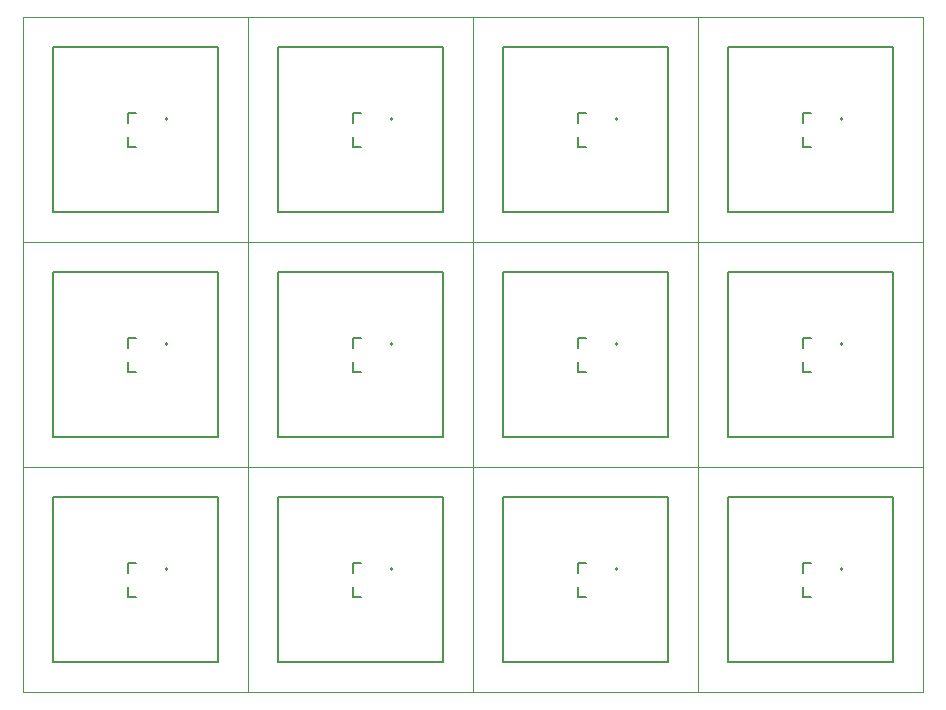
<source format=gbo>
%TF.GenerationSoftware,KiCad,Pcbnew,7.0.8*%
%TF.CreationDate,2024-07-17T11:45:19-04:00*%
%TF.ProjectId,analog-macropad,616e616c-6f67-42d6-9d61-63726f706164,v01*%
%TF.SameCoordinates,Original*%
%TF.FileFunction,Legend,Bot*%
%TF.FilePolarity,Positive*%
%FSLAX46Y46*%
G04 Gerber Fmt 4.6, Leading zero omitted, Abs format (unit mm)*
G04 Created by KiCad (PCBNEW 7.0.8) date 2024-07-17 11:45:19*
%MOMM*%
%LPD*%
G01*
G04 APERTURE LIST*
%ADD10C,0.127000*%
%ADD11C,0.101600*%
%ADD12C,0.203200*%
%ADD13C,0.200000*%
G04 APERTURE END LIST*
D10*
%TO.C,U8*%
X148449000Y-103188000D02*
X149134000Y-103188000D01*
X148449000Y-104033000D02*
X148449000Y-103188000D01*
X148449000Y-106108000D02*
X148449000Y-105263000D01*
X149134000Y-106108000D02*
X148449000Y-106108000D01*
D11*
X139574000Y-95123000D02*
X158624000Y-95123000D01*
X158624000Y-95123000D02*
X158624000Y-114173000D01*
X158624000Y-114173000D02*
X139574000Y-114173000D01*
X139574000Y-114173000D02*
X139574000Y-95123000D01*
D12*
X142114000Y-97663000D02*
X156084000Y-97663000D01*
X156084000Y-97663000D02*
X156084000Y-111633000D01*
X156084000Y-111633000D02*
X142114000Y-111633000D01*
X142114000Y-111633000D02*
X142114000Y-97663000D01*
D13*
X151814200Y-103698000D02*
G75*
G03*
X151814200Y-103698000I-100000J0D01*
G01*
D10*
%TO.C,U13*%
X167499000Y-141288000D02*
X168184000Y-141288000D01*
X167499000Y-142133000D02*
X167499000Y-141288000D01*
X167499000Y-144208000D02*
X167499000Y-143363000D01*
X168184000Y-144208000D02*
X167499000Y-144208000D01*
D11*
X158624000Y-133223000D02*
X177674000Y-133223000D01*
X177674000Y-133223000D02*
X177674000Y-152273000D01*
X177674000Y-152273000D02*
X158624000Y-152273000D01*
X158624000Y-152273000D02*
X158624000Y-133223000D01*
D12*
X161164000Y-135763000D02*
X175134000Y-135763000D01*
X175134000Y-135763000D02*
X175134000Y-149733000D01*
X175134000Y-149733000D02*
X161164000Y-149733000D01*
X161164000Y-149733000D02*
X161164000Y-135763000D01*
D13*
X170864200Y-141798000D02*
G75*
G03*
X170864200Y-141798000I-100000J0D01*
G01*
D10*
%TO.C,U7*%
X129399000Y-141288000D02*
X130084000Y-141288000D01*
X129399000Y-142133000D02*
X129399000Y-141288000D01*
X129399000Y-144208000D02*
X129399000Y-143363000D01*
X130084000Y-144208000D02*
X129399000Y-144208000D01*
D11*
X120524000Y-133223000D02*
X139574000Y-133223000D01*
X139574000Y-133223000D02*
X139574000Y-152273000D01*
X139574000Y-152273000D02*
X120524000Y-152273000D01*
X120524000Y-152273000D02*
X120524000Y-133223000D01*
D12*
X123064000Y-135763000D02*
X137034000Y-135763000D01*
X137034000Y-135763000D02*
X137034000Y-149733000D01*
X137034000Y-149733000D02*
X123064000Y-149733000D01*
X123064000Y-149733000D02*
X123064000Y-135763000D01*
D13*
X132764200Y-141798000D02*
G75*
G03*
X132764200Y-141798000I-100000J0D01*
G01*
D10*
%TO.C,U3*%
X110349000Y-122238000D02*
X111034000Y-122238000D01*
X110349000Y-123083000D02*
X110349000Y-122238000D01*
X110349000Y-125158000D02*
X110349000Y-124313000D01*
X111034000Y-125158000D02*
X110349000Y-125158000D01*
D11*
X101474000Y-114173000D02*
X120524000Y-114173000D01*
X120524000Y-114173000D02*
X120524000Y-133223000D01*
X120524000Y-133223000D02*
X101474000Y-133223000D01*
X101474000Y-133223000D02*
X101474000Y-114173000D01*
D12*
X104014000Y-116713000D02*
X117984000Y-116713000D01*
X117984000Y-116713000D02*
X117984000Y-130683000D01*
X117984000Y-130683000D02*
X104014000Y-130683000D01*
X104014000Y-130683000D02*
X104014000Y-116713000D01*
D13*
X113714200Y-122748000D02*
G75*
G03*
X113714200Y-122748000I-100000J0D01*
G01*
D10*
%TO.C,U10*%
X148449000Y-141288000D02*
X149134000Y-141288000D01*
X148449000Y-142133000D02*
X148449000Y-141288000D01*
X148449000Y-144208000D02*
X148449000Y-143363000D01*
X149134000Y-144208000D02*
X148449000Y-144208000D01*
D11*
X139574000Y-133223000D02*
X158624000Y-133223000D01*
X158624000Y-133223000D02*
X158624000Y-152273000D01*
X158624000Y-152273000D02*
X139574000Y-152273000D01*
X139574000Y-152273000D02*
X139574000Y-133223000D01*
D12*
X142114000Y-135763000D02*
X156084000Y-135763000D01*
X156084000Y-135763000D02*
X156084000Y-149733000D01*
X156084000Y-149733000D02*
X142114000Y-149733000D01*
X142114000Y-149733000D02*
X142114000Y-135763000D01*
D13*
X151814200Y-141798000D02*
G75*
G03*
X151814200Y-141798000I-100000J0D01*
G01*
D10*
%TO.C,U9*%
X148449000Y-122238000D02*
X149134000Y-122238000D01*
X148449000Y-123083000D02*
X148449000Y-122238000D01*
X148449000Y-125158000D02*
X148449000Y-124313000D01*
X149134000Y-125158000D02*
X148449000Y-125158000D01*
D11*
X139574000Y-114173000D02*
X158624000Y-114173000D01*
X158624000Y-114173000D02*
X158624000Y-133223000D01*
X158624000Y-133223000D02*
X139574000Y-133223000D01*
X139574000Y-133223000D02*
X139574000Y-114173000D01*
D12*
X142114000Y-116713000D02*
X156084000Y-116713000D01*
X156084000Y-116713000D02*
X156084000Y-130683000D01*
X156084000Y-130683000D02*
X142114000Y-130683000D01*
X142114000Y-130683000D02*
X142114000Y-116713000D01*
D13*
X151814200Y-122748000D02*
G75*
G03*
X151814200Y-122748000I-100000J0D01*
G01*
D10*
%TO.C,U12*%
X167499000Y-122238000D02*
X168184000Y-122238000D01*
X167499000Y-123083000D02*
X167499000Y-122238000D01*
X167499000Y-125158000D02*
X167499000Y-124313000D01*
X168184000Y-125158000D02*
X167499000Y-125158000D01*
D11*
X158624000Y-114173000D02*
X177674000Y-114173000D01*
X177674000Y-114173000D02*
X177674000Y-133223000D01*
X177674000Y-133223000D02*
X158624000Y-133223000D01*
X158624000Y-133223000D02*
X158624000Y-114173000D01*
D12*
X161164000Y-116713000D02*
X175134000Y-116713000D01*
X175134000Y-116713000D02*
X175134000Y-130683000D01*
X175134000Y-130683000D02*
X161164000Y-130683000D01*
X161164000Y-130683000D02*
X161164000Y-116713000D01*
D13*
X170864200Y-122748000D02*
G75*
G03*
X170864200Y-122748000I-100000J0D01*
G01*
D10*
%TO.C,U2*%
X110350000Y-103188000D02*
X111035000Y-103188000D01*
X110350000Y-104033000D02*
X110350000Y-103188000D01*
X110350000Y-106108000D02*
X110350000Y-105263000D01*
X111035000Y-106108000D02*
X110350000Y-106108000D01*
D11*
X101475000Y-95123000D02*
X120525000Y-95123000D01*
X120525000Y-95123000D02*
X120525000Y-114173000D01*
X120525000Y-114173000D02*
X101475000Y-114173000D01*
X101475000Y-114173000D02*
X101475000Y-95123000D01*
D12*
X104015000Y-97663000D02*
X117985000Y-97663000D01*
X117985000Y-97663000D02*
X117985000Y-111633000D01*
X117985000Y-111633000D02*
X104015000Y-111633000D01*
X104015000Y-111633000D02*
X104015000Y-97663000D01*
D13*
X113715200Y-103698000D02*
G75*
G03*
X113715200Y-103698000I-100000J0D01*
G01*
D10*
%TO.C,U4*%
X110349000Y-141288000D02*
X111034000Y-141288000D01*
X110349000Y-142133000D02*
X110349000Y-141288000D01*
X110349000Y-144208000D02*
X110349000Y-143363000D01*
X111034000Y-144208000D02*
X110349000Y-144208000D01*
D11*
X101474000Y-133223000D02*
X120524000Y-133223000D01*
X120524000Y-133223000D02*
X120524000Y-152273000D01*
X120524000Y-152273000D02*
X101474000Y-152273000D01*
X101474000Y-152273000D02*
X101474000Y-133223000D01*
D12*
X104014000Y-135763000D02*
X117984000Y-135763000D01*
X117984000Y-135763000D02*
X117984000Y-149733000D01*
X117984000Y-149733000D02*
X104014000Y-149733000D01*
X104014000Y-149733000D02*
X104014000Y-135763000D01*
D13*
X113714200Y-141798000D02*
G75*
G03*
X113714200Y-141798000I-100000J0D01*
G01*
D10*
%TO.C,U6*%
X129399000Y-122238000D02*
X130084000Y-122238000D01*
X129399000Y-123083000D02*
X129399000Y-122238000D01*
X129399000Y-125158000D02*
X129399000Y-124313000D01*
X130084000Y-125158000D02*
X129399000Y-125158000D01*
D11*
X120524000Y-114173000D02*
X139574000Y-114173000D01*
X139574000Y-114173000D02*
X139574000Y-133223000D01*
X139574000Y-133223000D02*
X120524000Y-133223000D01*
X120524000Y-133223000D02*
X120524000Y-114173000D01*
D12*
X123064000Y-116713000D02*
X137034000Y-116713000D01*
X137034000Y-116713000D02*
X137034000Y-130683000D01*
X137034000Y-130683000D02*
X123064000Y-130683000D01*
X123064000Y-130683000D02*
X123064000Y-116713000D01*
D13*
X132764200Y-122748000D02*
G75*
G03*
X132764200Y-122748000I-100000J0D01*
G01*
D10*
%TO.C,U11*%
X167499000Y-103188000D02*
X168184000Y-103188000D01*
X167499000Y-104033000D02*
X167499000Y-103188000D01*
X167499000Y-106108000D02*
X167499000Y-105263000D01*
X168184000Y-106108000D02*
X167499000Y-106108000D01*
D11*
X158624000Y-95123000D02*
X177674000Y-95123000D01*
X177674000Y-95123000D02*
X177674000Y-114173000D01*
X177674000Y-114173000D02*
X158624000Y-114173000D01*
X158624000Y-114173000D02*
X158624000Y-95123000D01*
D12*
X161164000Y-97663000D02*
X175134000Y-97663000D01*
X175134000Y-97663000D02*
X175134000Y-111633000D01*
X175134000Y-111633000D02*
X161164000Y-111633000D01*
X161164000Y-111633000D02*
X161164000Y-97663000D01*
D13*
X170864200Y-103698000D02*
G75*
G03*
X170864200Y-103698000I-100000J0D01*
G01*
D10*
%TO.C,U5*%
X129399000Y-103188000D02*
X130084000Y-103188000D01*
X129399000Y-104033000D02*
X129399000Y-103188000D01*
X129399000Y-106108000D02*
X129399000Y-105263000D01*
X130084000Y-106108000D02*
X129399000Y-106108000D01*
D11*
X120524000Y-95123000D02*
X139574000Y-95123000D01*
X139574000Y-95123000D02*
X139574000Y-114173000D01*
X139574000Y-114173000D02*
X120524000Y-114173000D01*
X120524000Y-114173000D02*
X120524000Y-95123000D01*
D12*
X123064000Y-97663000D02*
X137034000Y-97663000D01*
X137034000Y-97663000D02*
X137034000Y-111633000D01*
X137034000Y-111633000D02*
X123064000Y-111633000D01*
X123064000Y-111633000D02*
X123064000Y-97663000D01*
D13*
X132764200Y-103698000D02*
G75*
G03*
X132764200Y-103698000I-100000J0D01*
G01*
%TD*%
M02*

</source>
